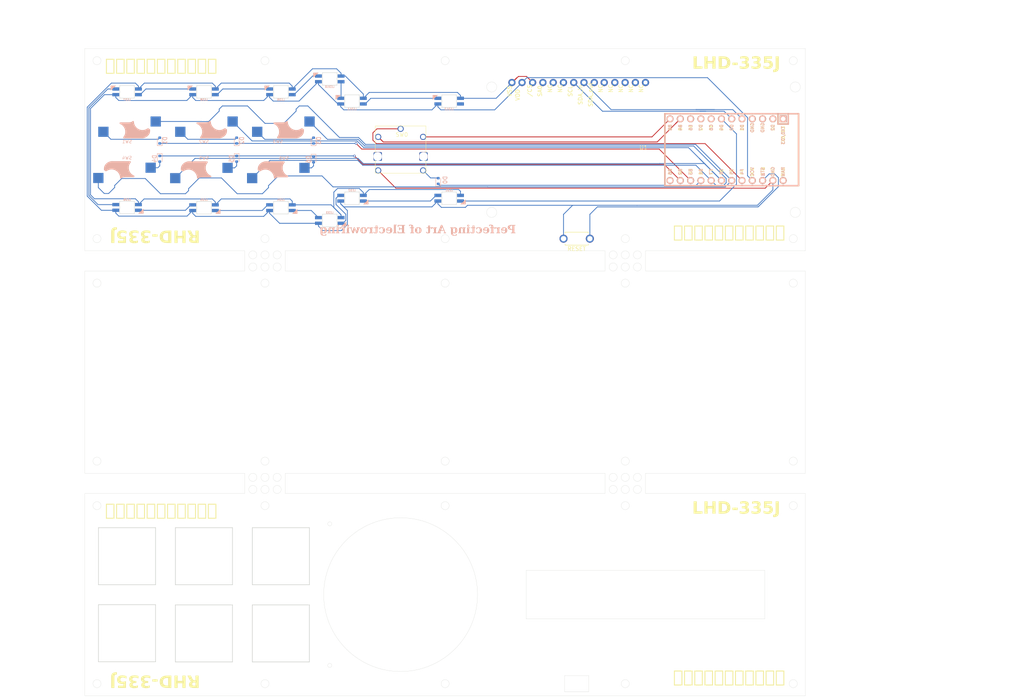
<source format=kicad_pcb>
(kicad_pcb (version 20240108) (generator "pcbnew") (generator_version "8.0")
  (layers (0 "F.Cu" signal) (31 "B.Cu" signal) (34 "B.Paste" user) (35 "F.Paste" user) (36 "B.SilkS" user "B.Silkscreen") (37 "F.SilkS" user "F.Silkscreen") (38 "B.Mask" user) (39 "F.Mask" user) (44 "Edge.Cuts" user))
  (net 0 "")
  (net 1 "Row1")
  (net 2 "Net-(D1-A)")
  (net 3 "Net-(D2-A)")
  (net 4 "Net-(D3-A)")
  (net 5 "Net-(D4-A)")
  (net 6 "Row2")
  (net 7 "Net-(D5-A)")
  (net 8 "Net-(D6-A)")
  (net 9 "Row0")
  (net 10 "LED")
  (net 11 "VCC")
  (net 12 "Net-(LED1-DOUT)")
  (net 13 "GND")
  (net 14 "Net-(LED2-DOUT)")
  (net 15 "Net-(LED3-DOUT)")
  (net 16 "Net-(LED4-DOUT)")
  (net 17 "Net-(LED5-DOUT)")
  (net 18 "Net-(LED6-DOUT)")
  (net 19 "Net-(LED7-DOUT)")
  (net 20 "Net-(LED8-DOUT)")
  (net 21 "Net-(LED10-DIN)")
  (net 22 "Net-(LED10-DOUT)")
  (net 23 "Net-(LED11-DOUT)")
  (net 25 "Col0")
  (net 26 "RE_B")
  (net 27 "RE_A")
  (net 28 "Col1")
  (net 29 "Reset")
  (net 30 "Col2")
  (net 31 "Col3")
  (net 32 "Net-(D0-A)")
  (net 38 "SDA")
  (net 39 "SCL")
  (footprint "AKI-SO1602AWGB:SO1602AWWB-UC-WB-U" (layer "F.Cu") (at 184 50)
    (property "Reference" "U1")
    (property "Value" "SO1602AWWB-UC-WB-U")
    (fp_circle (center -37.5 -15.5) (end -36.25 -15.5) (stroke (width 0.05)) (fill none) (layer "Edge.Cuts"))
    (fp_circle (center -37.5 15.5) (end -36.25 15.5) (stroke (width 0.05)) (fill none) (layer "Edge.Cuts"))
    (fp_circle (center 37.5 -15.5) (end 38.75 -15.5) (stroke (width 0.05)) (fill none) (layer "Edge.Cuts"))
    (fp_circle (center 37.5 15.5) (end 38.75 15.5) (stroke (width 0.05)) (fill none) (layer "Edge.Cuts"))
  )
  (footprint "Keebio-Parts.pretty-master:ArduinoProMicro" (layer "F.Cu") (at 204.53 50.005 180)
    (property "Reference" "U3" (hide yes))
    (property "Value" "ProMicro" (hide yes))
  )
  (footprint "kbd-main:ResetSW" (layer "F.Cu") (at 167.5 72)
    (property "Reference" "SW9" (hide yes))
    (property "Value" "SW_PUSH" (hide yes))
  )
  (footprint "z:EC12D1524406" (layer "F.Cu") (at 124.01 49.99)
    (property "Reference" "SW0")
    (property "Value" "RotaryEncoder_Switch")
  )
  (footprint "kbd_SW_Hole:SW_Hole_1u" (layer "B.Cu") (at 56.415 169.54 180)
    (property "Reference" "SW4" (hide yes))
    (property "Value" "SW_PUSH" (hide yes))
    (fp_line (start 7.05 7.05) (end -7.05 7.05) (stroke (width 0.15)) (layer "Edge.Cuts"))
    (fp_line (start 7.05 -7.05) (end 7.05 7.05) (stroke (width 0.15)) (layer "Edge.Cuts"))
    (fp_line (start -7.05 7.05) (end -7.05 -7.05) (stroke (width 0.15)) (layer "Edge.Cuts"))
    (fp_line (start -7.05 -7.05) (end 7.05 -7.05) (stroke (width 0.15)) (layer "Edge.Cuts"))
  )
  (footprint "kbd_SW_Hole:SW_Hole_1u" (layer "B.Cu") (at 75.415 169.58 180)
    (property "Reference" "SW5" (hide yes))
    (property "Value" "SW_PUSH" (hide yes))
    (fp_line (start 7.05 7.05) (end -7.05 7.05) (stroke (width 0.15)) (layer "Edge.Cuts"))
    (fp_line (start 7.05 -7.05) (end 7.05 7.05) (stroke (width 0.15)) (layer "Edge.Cuts"))
    (fp_line (start -7.05 7.05) (end -7.05 -7.05) (stroke (width 0.15)) (layer "Edge.Cuts"))
    (fp_line (start -7.05 -7.05) (end 7.05 -7.05) (stroke (width 0.15)) (layer "Edge.Cuts"))
  )
  (footprint "kbd-main:keyswitch_cherrymx_hotswap_1u" (layer "B.Cu") (at 56.415 59.54 180)
    (property "Reference" "SW4")
    (property "Value" "SW_PUSH" (hide yes))
  )
  (footprint "kbd-main:YS-SK6812MINI-E" (layer "B.Cu") (at 94.4375 35.7)
    (property "Reference" "LED9")
    (property "Value" "LED_SK6812MINI-E" (hide yes))
    (fp_line (start -1.8 -1.55) (end -1.8 1.55) (stroke (width 0.1)) (layer "Edge.Cuts"))
    (fp_line (start -1.8 1.55) (end 1.8 1.55) (stroke (width 0.1)) (layer "Edge.Cuts"))
    (fp_line (start 1.8 -1.55) (end -1.8 -1.55) (stroke (width 0.1)) (layer "Edge.Cuts"))
    (fp_line (start 1.8 1.55) (end 1.8 -1.55) (stroke (width 0.1)) (layer "Edge.Cuts"))
  )
  (footprint "kbd-main:keyswitch_cherrymx_hotswap_1u" (layer "B.Cu") (at 94.42 40.5)
    (property "Reference" "SW3")
    (property "Value" "SW_PUSH" (hide yes))
  )
  (footprint "kbd-main:YS-SK6812MINI-E" (layer "B.Cu") (at 106.5 32.5)
    (property "Reference" "LED10")
    (property "Value" "LED_SK6812MINI-E" (hide yes))
    (fp_line (start -1.8 -1.55) (end -1.8 1.55) (stroke (width 0.1)) (layer "Edge.Cuts"))
    (fp_line (start -1.8 1.55) (end 1.8 1.55) (stroke (width 0.1)) (layer "Edge.Cuts"))
    (fp_line (start 1.8 -1.55) (end -1.8 -1.55) (stroke (width 0.1)) (layer "Edge.Cuts"))
    (fp_line (start 1.8 1.55) (end 1.8 -1.55) (stroke (width 0.1)) (layer "Edge.Cuts"))
  )
  (footprint "kbd-main:keyswitch_cherrymx_hotswap_1u" (layer "B.Cu") (at 94.415 59.58 180)
    (property "Reference" "SW6")
    (property "Value" "SW_PUSH" (hide yes))
  )
  (footprint "kbd-main:YS-SK6812MINI-E" (layer "B.Cu") (at 75.4375 35.7)
    (property "Reference" "LED8")
    (property "Value" "LED_SK6812MINI-E" (hide yes))
    (fp_line (start -1.8 -1.55) (end -1.8 1.55) (stroke (width 0.1)) (layer "Edge.Cuts"))
    (fp_line (start -1.8 1.55) (end 1.8 1.55) (stroke (width 0.1)) (layer "Edge.Cuts"))
    (fp_line (start 1.8 -1.55) (end -1.8 -1.55) (stroke (width 0.1)) (layer "Edge.Cuts"))
    (fp_line (start 1.8 1.55) (end 1.8 -1.55) (stroke (width 0.1)) (layer "Edge.Cuts"))
  )
  (footprint "Diode_SMD:D_SOD-523" (layer "B.Cu") (at 64.5 52.25 -90)
    (property "Reference" "D4")
    (property "Value" "1N4148WT")
  )
  (footprint "kbd-main:YS-SK6812MINI-E" (layer "B.Cu") (at 56.4375 64.28125 180)
    (property "Reference" "LED6")
    (property "Value" "LED_SK6812MINI-E" (hide yes))
    (fp_line (start 1.8 1.55) (end 1.8 -1.55) (stroke (width 0.1)) (layer "Edge.Cuts"))
    (fp_line (start 1.8 -1.55) (end -1.8 -1.55) (stroke (width 0.1)) (layer "Edge.Cuts"))
    (fp_line (start -1.8 1.55) (end 1.8 1.55) (stroke (width 0.1)) (layer "Edge.Cuts"))
    (fp_line (start -1.8 -1.55) (end -1.8 1.55) (stroke (width 0.1)) (layer "Edge.Cuts"))
  )
  (footprint "kbd-main:keyswitch_cherrymx_hotswap_1u" (layer "B.Cu") (at 75.415 59.58 180)
    (property "Reference" "SW5")
    (property "Value" "SW_PUSH" (hide yes))
  )
  (footprint "Diode_SMD:D_SOD-523" (layer "B.Cu") (at 83.5 52.25 -90)
    (property "Reference" "D5")
    (property "Value" "1N4148WT")
  )
  (footprint "kbd-main:YS-SK6812MINI-E" (layer "B.Cu") (at 94.4375 64.3375 180)
    (property "Reference" "LED4")
    (property "Value" "LED_SK6812MINI-E" (hide yes))
    (fp_line (start 1.8 1.55) (end 1.8 -1.55) (stroke (width 0.1)) (layer "Edge.Cuts"))
    (fp_line (start 1.8 -1.55) (end -1.8 -1.55) (stroke (width 0.1)) (layer "Edge.Cuts"))
    (fp_line (start -1.8 1.55) (end 1.8 1.55) (stroke (width 0.1)) (layer "Edge.Cuts"))
    (fp_line (start -1.8 -1.55) (end -1.8 1.55) (stroke (width 0.1)) (layer "Edge.Cuts"))
  )
  (footprint "kbd-main:keyswitch_cherrymx_hotswap_1u" (layer "B.Cu") (at 56.42 40.5)
    (property "Reference" "SW1")
    (property "Value" "SW_PUSH" (hide yes))
  )
  (footprint "kbd_SW_Hole:SW_Hole_1u" (layer "B.Cu") (at 56.42 150.5)
    (property "Reference" "SW1" (hide yes))
    (property "Value" "SW_PUSH" (hide yes))
    (fp_line (start -7.05 -7.05) (end 7.05 -7.05) (stroke (width 0.15)) (layer "Edge.Cuts"))
    (fp_line (start -7.05 7.05) (end -7.05 -7.05) (stroke (width 0.15)) (layer "Edge.Cuts"))
    (fp_line (start 7.05 -7.05) (end 7.05 7.05) (stroke (width 0.15)) (layer "Edge.Cuts"))
    (fp_line (start 7.05 7.05) (end -7.05 7.05) (stroke (width 0.15)) (layer "Edge.Cuts"))
  )
  (footprint "kbd_SW_Hole:SW_Hole_1u" (layer "B.Cu") (at 94.415 169.58 180)
    (property "Reference" "SW6" (hide yes))
    (property "Value" "SW_PUSH" (hide yes))
    (fp_line (start 7.05 7.05) (end -7.05 7.05) (stroke (width 0.15)) (layer "Edge.Cuts"))
    (fp_line (start 7.05 -7.05) (end 7.05 7.05) (stroke (width 0.15)) (layer "Edge.Cuts"))
    (fp_line (start -7.05 7.05) (end -7.05 -7.05) (stroke (width 0.15)) (layer "Edge.Cuts"))
    (fp_line (start -7.05 -7.05) (end 7.05 -7.05) (stroke (width 0.15)) (layer "Edge.Cuts"))
  )
  (footprint "kbd-main:YS-SK6812MINI-E" (layer "B.Cu") (at 75.4375 64.3398 180)
    (property "Reference" "LED5")
    (property "Value" "LED_SK6812MINI-E" (hide yes))
    (fp_line (start 1.8 1.55) (end 1.8 -1.55) (stroke (width 0.1)) (layer "Edge.Cuts"))
    (fp_line (start 1.8 -1.55) (end -1.8 -1.55) (stroke (width 0.1)) (layer "Edge.Cuts"))
    (fp_line (start -1.8 1.55) (end 1.8 1.55) (stroke (width 0.1)) (layer "Edge.Cuts"))
    (fp_line (start -1.8 -1.55) (end -1.8 1.55) (stroke (width 0.1)) (layer "Edge.Cuts"))
  )
  (footprint "kbd-main:YS-SK6812MINI-E" (layer "B.Cu") (at 112 38)
    (property "Reference" "LED11")
    (property "Value" "LED_SK6812MINI-E" (hide yes))
    (fp_line (start -1.8 -1.55) (end -1.8 1.55) (stroke (width 0.1)) (layer "Edge.Cuts"))
    (fp_line (start -1.8 1.55) (end 1.8 1.55) (stroke (width 0.1)) (layer "Edge.Cuts"))
    (fp_line (start 1.8 -1.55) (end -1.8 -1.55) (stroke (width 0.1)) (layer "Edge.Cuts"))
    (fp_line (start 1.8 1.55) (end 1.8 -1.55) (stroke (width 0.1)) (layer "Edge.Cuts"))
  )
  (footprint "kbd-main:YS-SK6812MINI-E" (layer "B.Cu") (at 106.5 67.5 180)
    (property "Reference" "LED3")
    (property "Value" "LED_SK6812MINI-E" (hide yes))
    (fp_line (start 1.8 1.55) (end 1.8 -1.55) (stroke (width 0.1)) (layer "Edge.Cuts"))
    (fp_line (start 1.8 -1.55) (end -1.8 -1.55) (stroke (width 0.1)) (layer "Edge.Cuts"))
    (fp_line (start -1.8 1.55) (end 1.8 1.55) (stroke (width 0.1)) (layer "Edge.Cuts"))
    (fp_line (start -1.8 -1.55) (end -1.8 1.55) (stroke (width 0.1)) (layer "Edge.Cuts"))
  )
  (footprint "Diode_SMD:D_SOD-523" (layer "B.Cu") (at 83.5 47.75 90)
    (property "Reference" "D2")
    (property "Value" "1N4148WT")
  )
  (footprint "Diode_SMD:D_SOD-523" (layer "B.Cu") (at 64.5 47.75 90)
    (property "Reference" "D1")
    (property "Value" "1N4148WT")
  )
  (footprint "Diode_SMD:D_SOD-523" (layer "B.Cu") (at 133.3 57.75 90)
    (property "Reference" "D0")
    (property "Value" "1N4148WT")
  )
  (footprint "kbd-main:YS-SK6812MINI-E" (layer "B.Cu") (at 136 38)
    (property "Reference" "LED12")
    (property "Value" "LED_SK6812MINI-E" (hide yes))
    (fp_line (start -1.8 -1.55) (end -1.8 1.55) (stroke (width 0.1)) (layer "Edge.Cuts"))
    (fp_line (start -1.8 1.55) (end 1.8 1.55) (stroke (width 0.1)) (layer "Edge.Cuts"))
    (fp_line (start 1.8 -1.55) (end -1.8 -1.55) (stroke (width 0.1)) (layer "Edge.Cuts"))
    (fp_line (start 1.8 1.55) (end 1.8 -1.55) (stroke (width 0.1)) (layer "Edge.Cuts"))
  )
  (footprint "kbd-main:YS-SK6812MINI-E" (layer "B.Cu") (at 112 62 180)
    (property "Reference" "LED2")
    (property "Value" "LED_SK6812MINI-E" (hide yes))
    (fp_line (start 1.8 1.55) (end 1.8 -1.55) (stroke (width 0.1)) (layer "Edge.Cuts"))
    (fp_line (start 1.8 -1.55) (end -1.8 -1.55) (stroke (width 0.1)) (layer "Edge.Cuts"))
    (fp_line (start -1.8 1.55) (end 1.8 1.55) (stroke (width 0.1)) (layer "Edge.Cuts"))
    (fp_line (start -1.8 -1.55) (end -1.8 1.55) (stroke (width 0.1)) (layer "Edge.Cuts"))
  )
  (footprint "kbd-main:YS-SK6812MINI-E" (layer "B.Cu") (at 136 62 180)
    (property "Reference" "LED1")
    (property "Value" "LED_SK6812MINI-E" (hide yes))
    (fp_line (start 1.8 1.55) (end 1.8 -1.55) (stroke (width 0.1)) (layer "Edge.Cuts"))
    (fp_line (start 1.8 -1.55) (end -1.8 -1.55) (stroke (width 0.1)) (layer "Edge.Cuts"))
    (fp_line (start -1.8 1.55) (end 1.8 1.55) (stroke (width 0.1)) (layer "Edge.Cuts"))
    (fp_line (start -1.8 -1.55) (end -1.8 1.55) (stroke (width 0.1)) (layer "Edge.Cuts"))
  )
  (footprint "Diode_SMD:D_SOD-523" (layer "B.Cu") (at 102.5 47.75 90)
    (property "Reference" "D3")
    (property "Value" "1N4148WT")
  )
  (footprint "kbd_SW_Hole:SW_Hole_1u" (layer "B.Cu") (at 75.42 150.5)
    (property "Reference" "SW2" (hide yes))
    (property "Value" "SW_PUSH" (hide yes))
    (fp_line (start -7.05 -7.05) (end 7.05 -7.05) (stroke (width 0.15)) (layer "Edge.Cuts"))
    (fp_line (start -7.05 7.05) (end -7.05 -7.05) (stroke (width 0.15)) (layer "Edge.Cuts"))
    (fp_line (start 7.05 -7.05) (end 7.05 7.05) (stroke (width 0.15)) (layer "Edge.Cuts"))
    (fp_line (start 7.05 7.05) (end -7.05 7.05) (stroke (width 0.15)) (layer "Edge.Cuts"))
  )
  (footprint "Diode_SMD:D_SOD-523" (layer "B.Cu") (at 102.5 52.40625 -90)
    (property "Reference" "D6")
    (property "Value" "1N4148WT")
  )
  (footprint "kbd-main:keyswitch_cherrymx_hotswap_1u" (layer "B.Cu") (at 75.42 40.5)
    (property "Reference" "SW2")
    (property "Value" "SW_PUSH" (hide yes))
  )
  (footprint "kbd-main:YS-SK6812MINI-E" (layer "B.Cu") (at 56.4375 35.7)
    (property "Reference" "LED7")
    (property "Value" "LED_SK6812MINI-E" (hide yes))
    (fp_line (start -1.8 -1.55) (end -1.8 1.55) (stroke (width 0.1)) (layer "Edge.Cuts"))
    (fp_line (start -1.8 1.55) (end 1.8 1.55) (stroke (width 0.1)) (layer "Edge.Cuts"))
    (fp_line (start 1.8 -1.55) (end -1.8 -1.55) (stroke (width 0.1)) (layer "Edge.Cuts"))
    (fp_line (start 1.8 1.55) (end 1.8 -1.55) (stroke (width 0.1)) (layer "Edge.Cuts"))
  )
  (footprint "kbd_SW_Hole:SW_Hole_1u" (layer "B.Cu") (at 94.42 150.5)
    (property "Reference" "SW3" (hide yes))
    (property "Value" "SW_PUSH" (hide yes))
    (fp_line (start -7.05 -7.05) (end 7.05 -7.05) (stroke (width 0.15)) (layer "Edge.Cuts"))
    (fp_line (start -7.05 7.05) (end -7.05 -7.05) (stroke (width 0.15)) (layer "Edge.Cuts"))
    (fp_line (start 7.05 -7.05) (end 7.05 7.05) (stroke (width 0.15)) (layer "Edge.Cuts"))
    (fp_line (start 7.05 7.05) (end -7.05 7.05) (stroke (width 0.15)) (layer "Edge.Cuts"))
  )
  (gr_circle (center 90.5 131) (end 91.5 131) (stroke (width 0.05)) (fill none) (layer "Edge.Cuts"))
  (gr_rect (start 155 154) (end 214 166) (stroke (width 0.05)) (fill none) (layer "Edge.Cuts"))
  (gr_circle (center 182.5 79) (end 183.5 79) (stroke (width 0.05)) (fill none) (layer "Edge.Cuts"))
  (gr_circle (center 221 28) (end 222 28) (stroke (width 0.05)) (fill none) (layer "Edge.Cuts"))
  (gr_circle (center 221 138) (end 222 138) (stroke (width 0.05)) (fill none) (layer "Edge.Cuts"))
  (gr_circle (center 90.5 72) (end 91.5 72) (stroke (width 0.05)) (fill none) (layer "Edge.Cuts"))
  (gr_rect (start 164.5 180) (end 170.5 184) (stroke (width 0.05)) (fill none) (layer "Edge.Cuts"))
  (gr_circle (center 135 72) (end 136 72) (stroke (width 0.05)) (fill none) (layer "Edge.Cuts"))
  (gr_circle (center 221 72) (end 222 72) (stroke (width 0.05)) (fill none) (layer "Edge.Cuts"))
  (gr_circle (center 179.5 182) (end 180.5 182) (stroke (width 0.05)) (fill none) (layer "Edge.Cuts"))
  (gr_circle (center 179.5 131) (end 180.5 131) (stroke (width 0.05)) (fill none) (layer "Edge.Cuts"))
  (gr_circle (center 87.5 134) (end 88.5 134) (stroke (width 0.05)) (fill none) (layer "Edge.Cuts"))
  (gr_circle (center 90.5 28) (end 91.5 28) (stroke (width 0.05)) (fill none) (layer "Edge.Cuts"))
  (gr_circle (center 135 83) (end 136 83) (stroke (width 0.05)) (fill none) (layer "Edge.Cuts"))
  (gr_circle (center 179.5 127) (end 180.5 127) (stroke (width 0.05)) (fill none) (layer "Edge.Cuts"))
  (gr_circle (center 179.5 76) (end 180.5 76) (stroke (width 0.05)) (fill none) (layer "Edge.Cuts"))
  (gr_circle (center 179.5 134) (end 180.5 134) (stroke (width 0.05)) (fill none) (layer "Edge.Cuts"))
  (gr_circle (center 49 127) (end 50 127) (stroke (width 0.05)) (fill none) (layer "Edge.Cuts"))
  (gr_rect (start 95.5 75) (end 174.5 80) (stroke (width 0.05)) (fill none) (layer "Edge.Cuts"))
  (gr_circle (center 179.5 138) (end 180.5 138) (stroke (width 0.05)) (fill none) (layer "Edge.Cuts"))
  (gr_circle (center 90.5 76) (end 91.5 76) (stroke (width 0.05)) (fill none) (layer "Edge.Cuts"))
  (gr_circle (center 176.5 76) (end 177.5 76) (stroke (width 0.05)) (fill none) (layer "Edge.Cuts"))
  (gr_circle (center 176.5 131) (end 177.5 131) (stroke (width 0.05)) (fill none) (layer "Edge.Cuts"))
  (gr_circle (center 106.5 142.5) (end 107 142.5) (stroke (width 0.05)) (fill none) (layer "Edge.Cuts"))
  (gr_circle (center 135 28) (end 136 28) (stroke (width 0.05)) (fill none) (layer "Edge.Cuts"))
  (gr_circle (center 135 138) (end 136 138) (stroke (width 0.05)) (fill none) (layer "Edge.Cuts"))
  (gr_poly (pts (xy 224 75) (xy 184.5 75) (xy 184.5 80) (xy 224 80) (xy 224 130) (xy 184.5 130) (xy 184.5 135) (xy 224 135) (xy 224 185) (xy 46 185) (xy 46 135) (xy 85.5 135) (xy 85.5 130) (xy 46 130) (xy 46 80) (xy 85.5 80) (xy 85.5 75) (xy 46 75) (xy 46 25) (xy 224 25)) (stroke (width 0.05)) (fill none) (layer "Edge.Cuts"))
  (gr_circle (center 49 28) (end 50 28) (stroke (width 0.05)) (fill none) (layer "Edge.Cuts"))
  (gr_circle (center 87.5 131) (end 88.5 131) (stroke (width 0.05)) (fill none) (layer "Edge.Cuts"))
  (gr_circle (center 179.5 79) (end 180.5 79) (stroke (width 0.05)) (fill none) (layer "Edge.Cuts"))
  (gr_circle (center 90.5 79) (end 91.5 79) (stroke (width 0.05)) (fill none) (layer "Edge.Cuts"))
  (gr_circle (center 221 127) (end 222 127) (stroke (width 0.05)) (fill none) (layer "Edge.Cuts"))
  (gr_circle (center 179.5 83) (end 180.5 83) (stroke (width 0.05)) (fill none) (layer "Edge.Cuts"))
  (gr_circle (center 93.5 134) (end 94.5 134) (stroke (width 0.05)) (fill none) (layer "Edge.Cuts"))
  (gr_circle (center 90.5 134) (end 91.5 134) (stroke (width 0.05)) (fill none) (layer "Edge.Cuts"))
  (gr_circle (center 176.5 79) (end 177.5 79) (stroke (width 0.05)) (fill none) (layer "Edge.Cuts"))
  (gr_circle (center 49 83) (end 50 83) (stroke (width 0.05)) (fill none) (layer "Edge.Cuts"))
  (gr_circle (center 87.5 79) (end 88.5 79) (stroke (width 0.05)) (fill none) (layer "Edge.Cuts"))
  (gr_circle (center 124 160) (end 143 160) (stroke (width 0.05)) (fill none) (layer "Edge.Cuts"))
  (gr_circle (center 135 127) (end 136 127) (stroke (width 0.05)) (fill none) (layer "Edge.Cuts"))
  (gr_circle (center 93.5 79) (end 94.5 79) (stroke (width 0.05)) (fill none) (layer "Edge.Cuts"))
  (gr_circle (center 49 138) (end 50 138) (stroke (width 0.05)) (fill none) (layer "Edge.Cuts"))
  (gr_circle (center 93.5 76) (end 94.5 76) (stroke (width 0.05)) (fill none) (layer "Edge.Cuts"))
  (gr_circle (center 106.5 177.5) (end 107 177.5) (stroke (width 0.05)) (fill none) (layer "Edge.Cuts"))
  (gr_circle (center 176.5 134) (end 177.5 134) (stroke (width 0.05)) (fill none) (layer "Edge.Cuts"))
  (gr_circle (center 179.5 72) (end 180.5 72) (stroke (width 0.05)) (fill none) (layer "Edge.Cuts"))
  (gr_circle (center 179.5 28) (end 180.5 28) (stroke (width 0.05)) (fill none) (layer "Edge.Cuts"))
  (gr_circle (center 221 83) (end 222 83) (stroke (width 0.05)) (fill none) (layer "Edge.Cuts"))
  (gr_circle (center 90.5 138) (end 91.5 138) (stroke (width 0.05)) (fill none) (layer "Edge.Cuts"))
  (gr_circle (center 90.5 182) (end 91.5 182) (stroke (width 0.05)) (fill none) (layer "Edge.Cuts"))
  (gr_circle (center 49 72) (end 50 72) (stroke (width 0.05)) (fill none) (layer "Edge.Cuts"))
  (gr_circle (center 49 182) (end 50 182) (stroke (width 0.05)) (fill none) (layer "Edge.Cuts"))
  (gr_circle (center 221 182) (end 222 182) (stroke (width 0.05)) (fill none) (layer "Edge.Cuts"))
  (gr_circle (center 87.5 76) (end 88.5 76) (stroke (width 0.05)) (fill none) (layer "Edge.Cuts"))
  (gr_circle (center 90.5 127) (end 91.5 127) (stroke (width 0.05)) (fill none) (layer "Edge.Cuts"))
  (gr_rect (start 95.5 130) (end 174.5 135) (stroke (width 0.05)) (fill none) (layer "Edge.Cuts"))
  (gr_circle (center 182.5 131) (end 183.5 131) (stroke (width 0.05)) (fill none) (layer "Edge.Cuts"))
  (gr_circle (center 90.5 83) (end 91.5 83) (stroke (width 0.05)) (fill none) (layer "Edge.Cuts"))
  (gr_circle (center 182.5 134) (end 183.5 134) (stroke (width 0.05)) (fill none) (layer "Edge.Cuts"))
  (gr_circle (center 182.5 76) (end 183.5 76) (stroke (width 0.05)) (fill none) (layer "Edge.Cuts"))
  (gr_circle (center 93.5 131) (end 94.5 131) (stroke (width 0.05)) (fill none) (layer "Edge.Cuts"))
  (gr_circle (center 135 182) (end 136 182) (stroke (width 0.05)) (fill none) (layer "Edge.Cuts"))
  (gr_text "Perfecting Art of Electrowiring" (at 152.5 71 0) (layer "B.SilkS") (effects (font (size 2 2) (thickness 0.3) (bold yes)) (justify left bottom mirror)))
  (gr_text "NC" (at 174 36 90) (layer "F.SilkS") (effects (font (size 1 1)) (justify left bottom)))
  (gr_text "NC" (at 179 36 90) (layer "F.SilkS") (effects (font (size 1 1)) (justify left bottom)))
  (gr_text "RHD-335J" (at 74.5 179.5 180) (layer "F.SilkS") (effects (font (size 3 3) (thickness 0.3) (bold yes)) (justify left bottom)))
  (gr_text "ﾉﾉﾉﾉﾉアﾉﾚパイソ" (at 51 31 0) (layer "F.SilkS") (effects (font (size 3 3) (thickness 0.6) (bold yes) (italic yes)) (justify left bottom)))
  (gr_text "SCL" (at 166.5 37 90) (layer "F.SilkS") (effects (font (size 1 1)) (justify left bottom)))
  (gr_text "NC" (at 164 36 90) (layer "F.SilkS") (effects (font (size 1 1)) (justify left bottom)))
  (gr_text "NC" (at 176.5 36 90) (layer "F.SilkS") (effects (font (size 1 1)) (justify left bottom)))
  (gr_text "NC" (at 184 36 90) (layer "F.SilkS") (effects (font (size 1 1)) (justify left bottom)))
  (gr_text "VSS" (at 151.5 37 90) (layer "F.SilkS") (effects (font (size 1 1)) (justify left bottom)))
  (gr_text "SDA_out" (at 171.5 39.5 90) (layer "F.SilkS") (effects (font (size 1 1)) (justify left bottom)))
  (gr_text "SDA_in" (at 169 39 90) (layer "F.SilkS") (effects (font (size 1 1)) (justify left bottom)))
  (gr_text "VDD" (at 153.5 38 90) (layer "F.SilkS") (effects (font (size 1 1)) (justify left bottom)))
  (gr_text "LHD-335J" (at 196 30.5 0) (layer "F.SilkS") (effects (font (size 3 3) (thickness 0.3) (bold yes)) (justify left bottom)))
  (gr_text "SA0" (at 159 37 90) (layer "F.SilkS") (effects (font (size 1 1)) (justify left bottom)))
  (gr_text "/CS" (at 156.5 37 90) (layer "F.SilkS") (effects (font (size 1 1)) (justify left bottom)))
  (gr_text "ﾉﾉﾉﾉﾉアﾉﾚパイソ" (at 51 141 0) (layer "F.SilkS") (effects (font (size 3 3) (thickness 0.6) (bold yes) (italic yes)) (justify left bottom)))
  (gr_text "ﾉﾉﾉﾉﾉアﾉﾚパイソ" (at 219 179 180) (layer "F.SilkS") (effects (font (size 3 3) (thickness 0.3) (bold yes) (italic yes)) (justify left bottom)))
  (gr_text "LHD-335J" (at 196 140.5 0) (layer "F.SilkS") (effects (font (size 3 3) (thickness 0.3) (bold yes)) (justify left bottom)))
  (gr_text "ﾉﾉﾉﾉﾉアﾉﾚパイソ" (at 219 69 180) (layer "F.SilkS") (effects (font (size 3 3) (thickness 0.3) (bold yes) (italic yes)) (justify left bottom)))
  (gr_text "NC" (at 161.5 36 90) (layer "F.SilkS") (effects (font (size 1 1)) (justify left bottom)))
  (gr_text "RHD-335J" (at 74.5 69.5 180) (layer "F.SilkS") (effects (font (size 3 3) (thickness 0.3) (bold yes)) (justify left bottom)))
  (gr_text "NC" (at 181.5 36 90) (layer "F.SilkS") (effects (font (size 1 1)) (justify left bottom)))
  (segment (start 187.88 49.865) (end 195.64 57.625) (width 0.2) (layer "F.Cu") (net 1))
  (segment (start 114.415 49.865) (end 187.88 49.865) (width 0.2) (layer "F.Cu") (net 1))
  (segment (start 113 48.45) (end 114.415 49.865) (width 0.2) (layer "F.Cu") (net 1))
  (via (at 113 48.45) (size 0.6) (drill 0.3) (layers "F.Cu" "B.Cu") (net 1))
  (segment (start 64.5 48.45) (end 83.5 48.45) (width 0.2) (layer "B.Cu") (net 1))
  (segment (start 102.5 48.45) (end 83.5 48.45) (width 0.2) (layer "B.Cu") (net 1))
  (segment (start 113 48.45) (end 102.5 48.45) (width 0.2) (layer "B.Cu") (net 1))
  (segment (start 52.428 47.43) (end 64.12 47.43) (width 0.2) (layer "B.Cu") (net 2))
  (segment (start 50.578 45.58) (end 52.428 47.43) (width 0.2) (layer "B.Cu") (net 2))
  (segment (start 64.12 47.43) (end 64.5 47.05) (width 0.2) (layer "B.Cu") (net 2))
  (segment (start 69.578 45.58) (end 71.428 47.43) (width 0.2) (layer "B.Cu") (net 3))
  (segment (start 71.428 47.43) (end 83.12 47.43) (width 0.2) (layer "B.Cu") (net 3))
  (segment (start 83.12 47.43) (end 83.5 47.05) (width 0.2) (layer "B.Cu") (net 3))
  (segment (start 88.578 45.58) (end 88.578 46.728) (width 0.2) (layer "B.Cu") (net 4))
  (segment (start 102.1 47.45) (end 102.5 47.05) (width 0.2) (layer "B.Cu") (net 4))
  (segment (start 88.578 45.58) (end 90.448 47.45) (width 0.2) (layer "B.Cu") (net 4))
  (segment (start 90.448 47.45) (end 102.1 47.45) (width 0.2) (layer "B.Cu") (net 4))
  (segment (start 62.257 54.46) (end 64.04 54.46) (width 0.2) (layer "B.Cu") (net 5))
  (segment (start 64.04 54.46) (end 64.5 54) (width 0.2) (layer "B.Cu") (net 5))
  (segment (start 64.5 54) (end 64.5 52.95) (width 0.2) (layer "B.Cu") (net 5))
  (segment (start 115.3125 53.6625) (end 189.1375 53.6625) (width 0.2) (layer "F.Cu") (net 6))
  (segment (start 112.6 51.55) (end 114.7 53.65) (width 0.2) (layer "F.Cu") (net 6))
  (segment (start 189.1375 53.6625) (end 193.1 57.625) (width 0.2) (layer "F.Cu") (net 6))
  (segment (start 115.3 53.65) (end 115.3125 53.6625) (width 0.2) (layer "F.Cu") (net 6))
  (segment (start 114.7 53.65) (end 115.3 53.65) (width 0.2) (layer "F.Cu") (net 6))
  (via (at 112.6 51.55) (size 0.6) (drill 0.3) (layers "F.Cu" "B.Cu") (net 6))
  (segment (start 64.5 51.55) (end 83.5 51.55) (width 0.2) (layer "B.Cu") (net 6))
  (segment (start 102.65625 51.55) (end 102.5 51.70625) (width 0.2) (layer "B.Cu") (net 6))
  (segment (start 102.34375 51.55) (end 102.5 51.70625) (width 0.2) (layer "B.Cu") (net 6))
  (segment (start 83.5 51.55) (end 102.34375 51.55) (width 0.2) (layer "B.Cu") (net 6))
  (segment (start 112.6 51.55) (end 102.65625 51.55) (width 0.2) (layer "B.Cu") (net 6))
  (segment (start 83 54.5) (end 83.5 54) (width 0.2) (layer "B.Cu") (net 7))
  (segment (start 81.257 54.5) (end 83 54.5) (width 0.2) (layer "B.Cu") (net 7))
  (segment (start 83.5 54) (end 83.5 52.95) (width 0.2) (layer "B.Cu") (net 7))
  (segment (start 100.257 54.5) (end 102 54.5) (width 0.2) (layer "B.Cu") (net 8))
  (segment (start 102.5 54) (end 102.5 53.10625) (width 0.2) (layer "B.Cu") (net 8))
  (segment (start 102 54.5) (end 102.5 54) (width 0.2) (layer "B.Cu") (net 8))
  (segment (start 197.0037 58.8013) (end 133.55 58.8013) (width 0.2) (layer "B.Cu") (net 9))
  (segment (start 133.55 58.8013) (end 133.55 58.7) (width 0.2) (layer "B.Cu") (net 9))
  (segment (start 198.18 57.625) (end 197.0037 58.8013) (width 0.2) (layer "B.Cu") (net 9))
  (segment (start 133.55 58.7) (end 133.3 58.45) (width 0.2) (layer "B.Cu") (net 9))
  (segment (start 203.26 42.385) (end 206.9763 46.1013) (width 0.2) (layer "B.Cu") (net 10))
  (segment (start 206.9763 46.1013) (end 206.9763 58.5237) (width 0.2) (layer "B.Cu") (net 10))
  (segment (start 206.9763 58.5237) (end 202.8 62.7) (width 0.2) (layer "B.Cu") (net 10))
  (segment (start 202.8 62.7) (end 138.8 62.7) (width 0.2) (layer "B.Cu") (net 10))
  (segment (start 131.75 40.15) (end 109.951472 40.15) (width 0.2) (layer "B.Cu") (net 11))
  (segment (start 60.62895 62.1898) (end 77.486028 62.1898) (width 0.2) (layer "B.Cu") (net 11))
  (segment (start 103.7 33.898528) (end 103.7 33.2) (width 0.2) (layer "B.Cu") (net 11))
  (segment (start 114.8 61.3) (end 114.8 60.601472) (width 0.2) (layer "B.Cu") (net 11))
  (segment (start 109.2 39.398528) (end 109.2 38.7) (width 0.2) (layer "B.Cu") (net 11))
  (segment (start 54.388972 37.85) (end 53.6375 37.098528) (width 0.2) (layer "B.Cu") (net 11))
  (segment (start 133.2 39.398528) (end 133.2 38.7) (width 0.2) (layer "B.Cu") (net 11))
  (segment (start 199.81854 32.2) (end 155.2 32.2) (width 0.2) (layer "B.Cu") (net 11))
  (segment (start 72.6375 37.098528) (end 72.6375 36.4) (width 0.2) (layer "B.Cu") (net 11))
  (segment (start 109.951472 40.15) (end 109.2 39.398528) (width 0.2) (layer "B.Cu") (net 11))
  (segment (start 108.501472 38.7) (end 103.7 33.898528) (width 0.2) (layer "B.Cu") (net 11))
  (segment (start 91.6375 37.098528) (end 92.538972 38) (width 0.2) (layer "B.Cu") (net 11))
  (segment (start 116.25 59.85) (end 138.35 59.85) (width 0.2) (layer "B.Cu") (net 11))
  (segment (start 98.9 38) (end 103.7 33.2) (width 0.2) (layer "B.Cu") (net 11))
  (segment (start 53.6375 37.098528) (end 53.6375 36.4) (width 0.2) (layer "B.Cu") (net 11))
  (segment (start 155.2 32.2) (end 147.25 40.15) (width 0.2) (layer "B.Cu") (net 11))
  (segment (start 58.486028 62.13125) (end 59.2375 62.882722) (width 0.2) (layer "B.Cu") (net 11))
  (segment (start 114.8 61.3) (end 116.25 59.85) (width 0.2) (layer "B.Cu") (net 11))
  (segment (start 107.5 64.301472) (end 109.3 66.101472) (width 0.2) (layer "B.Cu") (net 11))
  (segment (start 97.2375 62.7375) (end 97.2375 63.6375) (width 0.2) (layer "B.Cu") (net 11))
  (segment (start 138.8 60.3) (end 138.8 61.3) (width 0.2) (layer "B.Cu") (net 11))
  (segment (start 209.7037 42.08516) (end 199.81854 32.2) (width 0.2) (layer "B.Cu") (net 11))
  (segment (start 109.3 66.8) (end 109.3 66.101472) (width 0.2) (layer "B.Cu") (net 11))
  (segment (start 108.3987 59.6013) (end 107.5 60.5) (width 0.2) (layer "B.Cu") (net 11))
  (segment (start 109.3 66.101472) (end 106.836028 63.6375) (width 0.2) (layer "B.Cu") (net 11))
  (segment (start 106.836028 63.6375) (end 97.2375 63.6375) (width 0.2) (layer "B.Cu") (net 11))
  (segment (start 109.2 38.7) (end 108.501472 38.7) (width 0.2) (layer "B.Cu") (net 11))
  (segment (start 90.1875 37.85) (end 73.388972 37.85) (width 0.2) (layer "B.Cu") (net 11))
  (segment (start 73.388972 37.85) (end 72.6375 37.098528) (width 0.2) (layer "B.Cu") (net 11))
  (segment (start 53.6375 36.4) (end 50.831372 36.4) (width 0.2) (layer "B.Cu") (net 11))
  (segment (start 71.1875 37.85) (end 54.388972 37.85) (width 0.2) (layer "B.Cu") (net 11))
  (segment (start 96.6875 62.1875) (end 97.2375 62.7375) (width 0.2) (layer "B.Cu") (net 11))
  (segment (start 50.831372 36.4) (end 47.4 39.831372) (width 0.2) (layer "B.Cu") (net 11))
  (segment (start 209.7037 56.4487) (end 209.7037 42.08516) (width 0.2) (layer "B.Cu") (net 11))
  (segment (start 78.2375 63.6398) (end 79.6898 62.1875) (width 0.2) (layer "B.Cu") (net 11))
  (segment (start 77.486028 62.1898) (end 78.2375 62.941272) (width 0.2) (layer "B.Cu") (net 11))
  (segment (start 147.25 40.15) (end 133.951472 40.15) (width 0.2) (layer "B.Cu") (net 11))
  (segment (start 91.6375 36.4) (end 90.1875 37.85) (width 0.2) (layer "B.Cu") (net 11))
  (segment (start 59.2375 63.58125) (end 60.62895 62.1898) (width 0.2) (layer "B.Cu") (net 11))
  (segment (start 133.951472 40.15) (end 133.2 39.398528) (width 0.2) (layer "B.Cu") (net 11))
  (segment (start 92.538972 38) (end 98.9 38) (width 0.2) (layer "B.Cu") (net 11))
  (segment (start 133.2 38.7) (end 131.75 40.15) (width 0.2) (layer "B.Cu") (net 11))
  (segment (start 48.362622 62.13125) (end 58.486028 62.13125) (width 0.2) (layer "B.Cu") (net 11))
  (segment (start 72.6375 36.4) (end 71.1875 37.85) (width 0.2) (layer "B.Cu") (net 11))
  (segment (start 47.4 39.831372) (end 47.4 61.168628) (width 0.2) (layer "B.Cu") (net 11))
  (segment (start 210.88 57.625) (end 209.7037 56.4487) (width 0.2) (layer "B.Cu") (net 11))
  (segment (start 113.799828 59.6013) (end 108.3987 59.6013) (width 0.2) (layer "B.Cu") (net 11))
  (segment (start 138.35 59.85) (end 138.8 60.3) (width 0.2) (layer "B.Cu") (net 11))
  (segment (start 114.8 60.601472) (end 113.799828 59.6013) (width 0.2) (layer "B.Cu") (net 11))
  (segment (start 107.5 60.5) (end 107.5 64.301472) (width 0.2) (layer "B.Cu") (net 11))
  (segment (start 91.6375 36.4) (end 91.6375 37.098528) (width 0.2) (layer "B.Cu") (net 11))
  (segment (start 59.2375 62.882722) (end 59.2375 63.58125) (width 0.2) (layer "B.Cu") (net 11))
  (segment (start 47.4 61.168628) (end 48.362622 62.13125) (width 0.2) (layer "B.Cu") (net 11))
  (segment (start 79.6898 62.1875) (end 96.6875 62.1875) (width 0.2) (layer "B.Cu") (net 11))
  (segment (start 78.2375 62.941272) (end 78.2375 63.6398) (width 0.2) (layer "B.Cu") (net 11))
  (segment (start 132.7625 61.3) (end 131.3625 62.7) (width 0.2) (layer "B.Cu") (net 12))
  (segment (start 131.3625 62.7) (end 114.8 62.7) (width 0.2) (layer "B.Cu") (net 12))
  (segment (start 133.2 61.3) (end 132.7625 61.3) (width 0.2) (layer "B.Cu") (net 12))
  (segment (start 155.53275 32.31725) (end 156.6155 33.4) (width 0.2) (layer "F.Cu") (net 13))
  (segment (start 151.5 33.4) (end 152.7 32.2) (width 0.2) (layer "F.Cu") (net 13))
  (segment (start 214.0675 59.5175) (end 215.96 57.625) (width 0.2) (layer "F.Cu") (net 13))
  (segment (start 155.1155 31.9) (end 155.53275 32.31725) (width 0.2) (layer "F.Cu") (net 13))
  (segment (start 155.4155 32.2) (end 155.53275 32.31725) (width 0.2) (layer "F.Cu") (net 13))
  (segment (start 214.065 59.515) (end 214.0675 59.5175) (width 0.2) (layer "F.Cu") (net 13))
  (segment (start 122.835 59.515) (end 214.065 59.515) (width 0.2) (layer "F.Cu") (net 13))
  (segment (start 151.5 33.5) (end 153.1 31.9) (width 0.2) (layer "F.Cu") (net 13))
  (segment (start 118.46 55.14) (end 122.835 59.515) (width 0.2) (layer "F.Cu") (net 13))
  (segment (start 153.1 31.9) (end 155.1155 31.9) (width 0.2) (layer "F.Cu") (net 13))
  (segment (start 182.4 63.741901) (end 212.158099 63.741901) (width 0.2) (layer "B.Cu") (net 13))
  (segment (start 97.2375 35) (end 97.2375 34.301472) (width 0.2) (layer "B.Cu") (net 13))
  (segment (start 109.951472 64.15) (end 131.75 64.15) (width 0.2) (layer "B.Cu") (net 13))
  (segment (start 215.96 59.94) (end 215.96 57.625) (width 0.2) (layer "B.Cu") (net 13))
  (segment (start 53.6375 64.98125) (end 53.6375 65.679778) (width 0.2) (layer "B.Cu") (net 13))
  (segment (start 138.048528 35.85) (end 116.25 35.85) (width 0.2) (layer "B.Cu") (net 13))
  (segment (start 59.2375 34.301472) (end 58.486028 33.55) (width 0.2) (layer "B.Cu") (net 13))
  (segment (start 46.6 61.5) (end 50.08125 64.98125) (width 0.2) (layer "B.Cu") (net 13))
  (segment (start 90.1852 66.4898) (end 91.6375 65.0375) (width 0.2) (layer "B.Cu") (net 13))
  (segment (start 109.3 31.101472) (end 108.198528 30) (width 0.2) (layer "B.Cu") (net 13))
  (segment (start 79.6875 33.55) (end 78.2375 35) (width 0.2) (layer "B.Cu") (net 13))
  (segment (start 78.2375 34.301472) (end 77.486028 33.55) (width 0.2) (layer "B.Cu") (net 13))
  (segment (start 104.801472 70) (end 109.3625 70) (width 0.2) (layer "B.Cu") (net 13))
  (segment (start 133.2 62.7) (end 133.2 63.398528) (width 0.2) (layer "B.Cu") (net 13))
  (segment (start 166.5 63.741901) (end 182.4 63.741901) (width 0.2) (layer "B.Cu") (net 13))
  (segment (start 58.486028 33.55) (end 52.55 33.55) (width 0.2) (layer "B.Cu") (net 13))
  (segment (start 138.8 37.3) (end 147.6 37.3) (width 0.2) (layer "B.Cu") (net 13))
  (segment (start 60.6875 33.55) (end 59.2375 35) (width 0.2) (layer "B.Cu") (net 13))
  (segment (start 164.25 72) (end 164.25 65.991901) (width 0.2) (layer "B.Cu") (net 13))
  (segment (start 114.8 36.25) (end 110.35 31.8) (width 0.2) (layer "B.Cu") (net 13))
  (segment (start 109.2 63.398528) (end 109.951472 64.15) (width 0.2) (layer "B.Cu") (net 13))
  (segment (start 110.5 68.8625) (end 110.85 68.5125) (width 0.2) (layer "B.Cu") (net 13))
  (segment (start 109.2 63.398528) (end 109.2 62.7) (width 0.2) (layer "B.Cu") (net 13))
  (segment (start 164.25 65.991901) (end 166.5 63.741901) (width 0.2) (layer "B.Cu") (net 13))
  (segment (start 96.486028 33.55) (end 79.6875 33.55) (width 0.2) (layer "B.Cu") (net 13))
  (segment (start 78.2375 35) (end 78.2375 34.301472) (width 0.2) (layer "B.Cu") (net 13))
  (segment (start 138.8 36.601472) (end 138.048528 35.85) (width 0.2) (layer "B.Cu") (net 13))
  (segment (start 50.08125 64.98125) (end 53.6375 64.98125) (width 0.2) (layer "B.Cu") (net 13))
  (segment (start 140.534351 63.741901) (end 166.5 63.741901) (width 0.2) (layer "B.Cu") (net 13))
  (segment (start 52.55 33.55) (end 46.6 39.5) (width 0.2) (layer "B.Cu") (net 13))
  (segment (start 131.75 64.15) (end 133.2 62.7) (width 0.2) (layer "B.Cu") (net 13))
  (segment (start 77.486028 33.55) (end 60.6875 33.55) (width 0.2) (layer "B.Cu") (net 13))
  (segment (start 134.077724 64.276252) (end 140 64.276252) (width 0.2) (layer "B.Cu") (net 13))
  (segment (start 116.25 35.85) (end 114.8 37.3) (width 0.2) (layer "B.Cu") (net 13))
  (segment (start 97.2375 34.301472) (end 96.486028 33.55) (width 0.2) (layer "B.Cu") (net 13))
  (segment (start 114.8 37.3) (end 114.8 36.25) (width 0.2) (layer "B.Cu") (net 13))
  (segment (start 103.7 68.898528) (end 104.801472 70) (width 0.2) (layer "B.Cu") (net 13))
  (segment (start 53.6375 65.679778) (end 54.388972 66.43125) (width 0.2) (layer "B.Cu") (net 13))
  (segment (start 91.6375 65.736028) (end 94.101472 68.2) (width 0.2) (layer "B.Cu") (net 13))
  (segment (start 108.198528 30) (end 102.2375 30) (width 0.2) (layer "B.Cu") (net 13))
  (segment (start 109.3625 70) (end 110.5 68.8625) (width 0.2) (layer "B.Cu") (net 13))
  (segment (start 54.388972 66.43125) (end 71.24605 66.43125) (width 0.2) (layer "B.Cu") (net 13))
  (segment (start 110.35 31.8) (end 109.3 31.8) (width 0.2) (layer "B.Cu") (net 13))
  (segment (start 102.2375 30) (end 97.2375 35) (width 0.2) (layer "B.Cu") (net 13))
  (segment (start 110.85 65.048528) (end 109.2 63.398528) (width 0.2) (layer "B.Cu") (net 13))
  (segment (start 109.3 31.8) (end 109.3 31.101472) (width 0.2) (layer "B.Cu") (net 13))
  (segment (start 72.6375 65.0398) (end 72.6375 65.738328) (width 0.2) (layer "B.Cu") (net 13))
  (segment (start 94.101472 68.2) (end 103.7 68.2) (width 0.2) (layer "B.Cu") (net 13))
  (segment (start 46.6 39.5) (end 46.6 61.5) (width 0.2) (layer "B.Cu") (net 13))
  (segment (start 133.2 63.398528) (end 134.077724 64.276252) (width 0.2) (layer "B.Cu") (net 13))
  (segment (start 212.158099 63.741901) (end 215.96 59.94) (width 0.2) (layer "B.Cu") (net 13))
  (segment (start 147.6 37.3) (end 151.5 33.4) (width 0.2) (layer "B.Cu") (net 13))
  (segment (start 72.6375 65.738328) (end 73.388972 66.4898) (width 0.2) (layer "B.Cu") (net 13))
  (segment (start 91.6375 65.0375) (end 91.6375 65.736028) (width 0.2) (layer "B.Cu") (net 13))
  (segment (start 59.2375 35) (end 59.2375 34.301472) (width 0.2) (layer "B.Cu") (net 13))
  (segment (start 110.85 68.5125) (end 110.85 65.048528) (width 0.2) (layer "B.Cu") (net 13))
  (segment (start 73.388972 66.4898) (end 90.1852 66.4898) (width 0.2) (layer "B.Cu") (net 13))
  (segment (start 103.7 68.2) (end 103.7 68.898528) (width 0.2) (layer "B.Cu") (net 13))
  (segment (start 140 64.276252) (end 140.534351 63.741901) (width 0.2) (layer "B.Cu") (net 13))
  (segment (start 138.8 37.3) (end 138.8 36.601472) (width 0.2) (layer "B.Cu") (net 13))
  (segment (start 71.24605 66.43125) (end 72.6375 65.0398) (width 0.2) (layer "B.Cu") (net 13))
  (segment (start 109.3 68.2) (end 109.7375 68.2) (width 0.2) (layer "B.Cu") (net 14))
  (segment (start 109.7375 68.2) (end 110.45 67.4875) (width 0.2) (layer "B.Cu") (net 14))
  (segment (start 108.05 62.0125) (end 108.7625 61.3) (width 0.2) (layer "B.Cu") (net 14))
  (segment (start 110.45 67.4875) (end 110.45 65.95) (width 0.2) (layer "B.Cu") (net 14))
  (segment (start 108.05 63.55) (end 108.05 62.0125) (width 0.2) (layer "B.Cu") (net 14))
  (segment (start 110.45 65.95) (end 108.05 63.55) (width 0.2) (layer "B.Cu") (net 14))
  (segment (start 108.7625 61.3) (end 109.2 61.3) (width 0.2) (layer "B.Cu") (net 14))
  (segment (start 97.2375 65.0375) (end 101.9375 65.0375) (width 0.2) (layer "B.Cu") (net 15))
  (segment (start 101.9375 65.0375) (end 103.7 66.8) (width 0.2) (layer "B.Cu") (net 15))
  (segment (start 91.2 63.6375) (end 89.7977 65.0398) (width 0.2) (layer "B.Cu") (net 16))
  (segment (start 89.7977 65.0398) (end 78.2375 65.0398) (width 0.2) (layer "B.Cu") (net 16))
  (segment (start 91.6375 63.6375) (end 91.2 63.6375) (width 0.2) (layer "B.Cu") (net 16))
  (segment (start 70.85855 64.98125) (end 59.2375 64.98125) (width 0.2) (layer "B.Cu") (net 17))
  (segment (start 72.6375 63.6398) (end 72.2 63.6398) (width 0.2) (layer "B.Cu") (net 17))
  (segment (start 72.2 63.6398) (end 70.85855 64.98125) (width 0.2) (layer "B.Cu") (net 17))
  (segment (start 53.6375 35) (end 51.665686 35) (width 0.2) (layer "B.Cu") (net 18))
  (segment (start 49.246936 63.58125) (end 53.6375 63.58125) (width 0.2) (layer "B.Cu") (net 18))
  (segment (start 51.665686 35) (end 47 39.665686) (width 0.2) (layer "B.Cu") (net 18))
  (segment (start 47 61.334314) (end 49.246936 63.58125) (width 0.2) (layer "B.Cu") (net 18))
  (segment (start 47 39.665686) (end 47 61.334314) (width 0.2) (layer "B.Cu") (net 18))
  (segment (start 59.2375 36.4) (end 59.675 36.4) (width 0.2) (layer "B.Cu") (net 19))
  (segment (start 59.675 36.4) (end 61.075 35) (width 0.2) (layer "B.Cu") (net 19))
  (segment (start 61.075 35) (end 72.6375 35) (width 0.2) (layer "B.Cu") (net 19))
  (segment (start 78.2375 36.4) (end 78.675 36.4) (width 0.2) (layer "B.Cu") (net 20))
  (segment (start 80.075 35) (end 91.6375 35) (width 0.2) (layer "B.Cu") (net 20))
  (segment (start 78.675 36.4) (end 80.075 35) (width 0.2) (layer "B.Cu") (net 20))
  (segment (start 97.2375 36.4) (end 97.675 36.4) (width 0.2) (layer "B.Cu") (net 21))
  (segment (start 102.275 31.8) (end 103.7 31.8) (width 0.2) (layer "B.Cu") (net 21))
  (segment (start 97.675 36.4) (end 102.275 31.8) (width 0.2) (layer "B.Cu") (net 21))
  (segment (start 109.3 33.2) (end 109.3 37.2) (width 0.2) (layer "B.Cu") (net 22))
  (segment (start 109.3 37.2) (end 109.2 37.3) (width 0.2) (layer "B.Cu") (net 22))
  (segment (start 116.6375 37.3) (end 133.2 37.3) (width 0.2) (layer "B.Cu") (net 23))
  (segment (start 115.2375 38.7) (end 116.6375 37.3) (width 0.2) (layer "B.Cu") (net 23))
  (segment (start 114.8 38.7) (end 115.2375 38.7) (width 0.2) (layer "B.Cu") (net 23))
  (segment (start 117.15 47.65) (end 118 48.5) (width 0.2) (layer "F.Cu") (net 25))
  (segment (start 117.15 45.85) (end 117.15 47.65) (width 0.2) (layer "F.Cu") (net 25))
  (segment (start 118.16 44.84) (end 117.15 45.85) (width 0.2) (layer "F.Cu") (net 25))
  (segment (start 118 48.5) (end 199.215 48.5) (width 0.2) (layer "F.Cu") (net 25))
  (segment (start 124.01 44.84) (end 118.16 44.84) (width 0.2) (layer "F.Cu") (net 25))
  (segment (start 199.215 48.5) (end 208.34 57.625) (width 0.2) (layer "F.Cu") (net 25))
  (segment (start 129.56 46.84) (end 186.105 46.84) (width 0.2) (layer "F.Cu") (net 26))
  (segment (start 129.56 46.84) (end 129.56 46.94) (width 0.2) (layer "F.Cu") (net 26))
  (segment (start 129.56 46.94) (end 129.5 47) (width 0.2) (layer "F.Cu") (net 26))
  (segment (start 186.105 46.84) (end 190.56 42.385) (width 0.2) (layer "F.Cu") (net 26))
  (segment (start 187.583 47.902) (end 193.1 42.385) (width 0.2) (layer "F.Cu") (net 27))
  (segment (start 119.06 47.44) (end 119.72 48.1) (width 0.2) (layer "F.Cu") (net 27))
  (segment (start 119.06 47.44) (end 119.522 47.902) (width 0.2) (layer "F.Cu") (net 27))
  (segment (start 118.46 46.84) (end 119.06 47.44) (width 0.2) (layer "F.Cu") (net 27))
  (segment (start 191.9237 43.5613) (end 193.1 42.385) (width 0.2) (layer "F.Cu") (net 27))
  (segment (start 187.385 48.1) (end 187.583 47.902) (width 0.2) (layer "F.Cu") (net 27))
  (segment (start 119.72 48.1) (end 187.385 48.1) (width 0.2) (layer "F.Cu") (net 27))
  (segment (start 53.371295 58.85) (end 55.081295 57.14) (width 0.2) (layer "B.Cu") (net 28))
  (segment (start 86.201522 39.2) (end 90.501522 43.5) (width 0.2) (layer "B.Cu") (net 28))
  (segment (start 74.261295 57) (end 79.753478 57) (width 0.2) (layer "B.Cu") (net 28))
  (segment (start 98.961522 39.2) (end 101.1 39.2) (width 0.2) (layer "B.Cu") (net 28))
  (segment (start 79.2 39.961522) (end 79.961522 39.2) (width 0.2) (layer "B.Cu") (net 28))
  (segment (start 70.873478 60.88) (end 71.635 60.118478) (width 0.2) (layer "B.Cu") (net 28))
  (segment (start 53.371295 59.342183) (end 53.371295 58.85) (width 0.2) (layer "B.Cu") (net 28))
  (segment (start 51.873478 60.84) (end 53.371295 59.342183) (width 0.2) (layer "B.Cu") (net 28))
  (segment (start 145.5 59.2013) (end 145.52435 59.22565) (width 0.2) (layer "B.Cu") (net 28))
  (segment (start 104.5974 56.5) (end 107.2987 59.2013) (width 0.2) (layer "B.Cu") (net 28))
  (segment (start 108.9 47) (end 113.615686 47) (width 0.2) (layer "B.Cu") (net 28))
  (segment (start 90.501522 43.5) (end 95.153705 43.5) (width 0.2) (layer "B.Cu") (net 28))
  (segment (start 71.635 60.118478) (end 71.635 59.626295) (width 0.2) (layer "B.Cu") (net 28))
  (segment (start 50.796522 60.84) (end 51.873478 60.84) (width 0.2) (layer "B.Cu") (net 28))
  (segment (start 115.315686 48.7) (end 196.875 48.7) (width 0.2) (layer "B.Cu") (net 28))
  (segment (start 93.761295 56.5) (end 104.5974 56.5) (width 0.2) (layer "B.Cu") (net 28))
  (segment (start 79.961522 39.2) (end 86.201522 39.2) (width 0.2) (layer "B.Cu") (net 28))
  (segment (start 71.635 59.626295) (end 74.261295 57) (width 0.2) (layer "B.Cu") (net 28))
  (segment (start 49.33 57) (end 49.33 59.373478) (width 0.2) (layer "B.Cu") (net 28))
  (segment (start 107.2987 59.2013) (end 145.5 59.2013) (width 0.2) (layer "B.Cu") (net 28))
  (segment (start 98.2 40.453705) (end 98.2 39.961522) (width 0.2) (layer "B.Cu") (net 28))
  (segment (start 95.153705 43.5) (end 98.2 40.453705) (width 0.2) (layer "B.Cu") (net 28))
  (segment (start 49.33 59.373478) (end 50.796522 60.84) (width 0.2) (layer "B.Cu") (net 28))
  (segment (start 113.615686 47) (end 115.315686 48.7) (width 0.2) (layer "B.Cu") (net 28))
  (segment (start 205.8 57.625) (end 204.19935 59.22565) (width 0.2) (layer "B.Cu") (net 28))
  (segment (start 55.081295 57.14) (end 60.933478 57.14) (width 0.2) (layer "B.Cu") (net 28))
  (segment (start 98.2 39.961522) (end 98.961522 39.2) (width 0.2) (layer "B.Cu") (net 28))
  (segment (start 91.371295 59.382183) (end 91.371295 58.89) (width 0.2) (layer "B.Cu") (net 28))
  (segment (start 79.753478 57) (end 83.633478 60.88) (width 0.2) (layer "B.Cu") (net 28))
  (segment (start 196.875 48.7) (end 205.8 57.625) (width 0.2) (layer "B.Cu") (net 28))
  (segment (start 64.673478 60.88) (end 70.873478 60.88) (width 0.2) (layer "B.Cu") (net 28))
  (segment (start 63.505 43.04) (end 76.613705 43.04) (width 0.2) (layer "B.Cu") (net 28))
  (segment (start 79.2 40.453705) (end 79.2 39.961522) (width 0.2) (layer "B.Cu") (net 28))
  (segment (start 60.933478 57.14) (end 64.673478 60.88) (width 0.2) (layer "B.Cu") (net 28))
  (segment (start 89.873478 60.88) (end 91.371295 59.382183) (width 0.2) (layer "B.Cu") (net 28))
  (segment (start 83.633478 60.88) (end 89.873478 60.88) (width 0.2) (layer "B.Cu") (net 28))
  (segment (start 91.371295 58.89) (end 93.761295 56.5) (width 0.2) (layer "B.Cu") (net 28))
  (segment (start 204.19935 59.22565) (end 145.52435 59.22565) (width 0.2) (layer "B.Cu") (net 28))
  (segment (start 101.1 39.2) (end 108.9 47) (width 0.2) (layer "B.Cu") (net 28))
  (segment (start 76.613705 43.04) (end 79.2 40.453705) (width 0.2) (layer "B.Cu") (net 28))
  (segment (start 172.6 64.15) (end 170.75 66) (width 0.2) (layer "B.Cu") (net 29))
  (segment (start 212.558099 63.907586) (end 212.315685 64.15) (width 0.2) (layer "B.Cu") (net 29))
  (segment (start 170.75 66) (end 170.75 72) (width 0.2) (layer "B.Cu") (net 29))
  (segment (start 216.4 56) (end 217.3237 56.9237) (width 0.2) (layer "B.Cu") (net 29))
  (segment (start 217.3237 56.9237) (end 217.3237 59.141986) (width 0.2) (layer "B.Cu") (net 29))
  (segment (start 217.3237 59.141986) (end 213.107843 63.357843) (width 0.2) (layer "B.Cu") (net 29))
  (segment (start 212.315685 64.15) (end 172.6 64.15) (width 0.2) (layer "B.Cu") (net 29))
  (segment (start 213.107843 63.357843) (end 212.558099 63.907586) (width 0.2) (layer "B.Cu") (net 29))
  (segment (start 215.045 56) (end 216.4 56) (width 0.2) (layer "B.Cu") (net 29))
  (segment (start 213.42 57.625) (end 215.045 56) (width 0.2) (layer "B.Cu") (net 29))
  (segment (start 114.793685 53.443685) (end 188 53.443685) (width 0.2) (layer "B.Cu") (net 30))
  (segment (start 68.33 57.04) (end 73.22 52.15) (width 0.2) (layer "B.Cu") (net 30))
  (segment (start 188.011185 53.4325) (end 199.0675 53.4325) (width 0.2) (layer "B.Cu") (net 30))
  (segment (start 199.3175 53.6825) (end 202.5675 56.9325) (width 0.2) (layer "B.Cu") (net 30))
  (segment (start 73.22 52.15) (end 113.5 52.15) (width 0.2) (layer "B.Cu") (net 30))
  (segment (start 114.898529 49.5) (end 195.135 49.5) (width 0.2) (layer "B.Cu") (net 30))
  (segment (start 202.5675 56.9325) (end 203.26 57.625) (width 0.2) (layer "B.Cu") (net 30))
  (segment (start 113.5 52.15) (end 114.793685 53.443685) (width 0.2) (layer "B.Cu") (net 30))
  (segment (start 82.505 43.04) (end 87.315 47.85) (width 0.2) (layer "B.Cu") (net 30))
  (segment (start 87.315 47.85) (end 113.248529 47.85) (width 0.2) (layer "B.Cu") (net 30))
  (segment (start 195.135 49.5) (end 202.5675 56.9325) (width 0.2) (layer "B.Cu") (net 30))
  (segment (start 199.0675 53.4325) (end 199.3175 53.6825) (width 0.2) (layer "B.Cu") (net 30))
  (segment (start 188 53.443685) (end 188.011185 53.4325) (width 0.2) (layer "B.Cu") (net 30))
  (segment (start 113.248529 47.85) (end 114.898529 49.5) (width 0.2) (layer "B.Cu") (net 30))
  (segment (start 197.785 52.15) (end 199.3175 53.6825) (width 0.2) (layer "B.Cu") (net 30))
  (segment (start 101.505 43.04) (end 105.915 47.45) (width 0.2) (layer "B.Cu") (net 31))
  (segment (start 196.39854 49.1) (end 204.4363 57.13776) (width 0.2) (layer "B.Cu") (net 31))
  (segment (start 87.33 57.04) (end 91.72 52.65) (width 0.2) (layer "B.Cu") (net 31))
  (segment (start 115.15 49.1) (end 196.39854 49.1) (width 0.2) (layer "B.Cu") (net 31))
  (segment (start 114.628 53.843685) (end 196.938685 53.843685) (width 0.2) (layer "B.Cu") (net 31))
  (segment (start 114.142157 53.357843) (end 114.628 53.843685) (width 0.2) (layer "B.Cu") (net 31))
  (segment (start 113.5 47.45) (end 115.15 49.1) (width 0.2) (layer "B.Cu") (net 31))
  (segment (start 105.915 47.45) (end 113.5 47.45) (width 0.2) (layer "B.Cu") (net 31))
  (segment (start 204.4363 58.1637) (end 203.7987 58.8013) (width 0.2) (layer "B.Cu") (net 31))
  (segment (start 203.7987 58.8013) (end 201.8963 58.8013) (width 0.2) (layer "B.Cu") (net 31))
  (segment (start 113.434314 52.65) (end 114.142157 53.357843) (width 0.2) (layer "B.Cu") (net 31))
  (segment (start 196.938685 53.843685) (end 200.72 57.625) (width 0.2) (layer "B.Cu") (net 31))
  (segment (start 91.72 52.65) (end 113.434314 52.65) (width 0.2) (layer "B.Cu") (net 31))
  (segment (start 204.4363 57.13776) (end 204.4363 58.1637) (width 0.2) (layer "B.Cu") (net 31))
  (segment (start 201.8963 58.8013) (end 200.72 57.625) (width 0.2) (layer "B.Cu") (net 31))
  (segment (start 129.56 55.14) (end 131.42 57) (width 0.2) (layer "B.Cu") (net 32))
  (segment (start 133.25 57) (end 133.3 57.05) (width 0.2) (layer "B.Cu") (net 32))
  (segment (start 131.42 57) (end 132 57) (width 0.2) (layer "B.Cu") (net 32))
  (segment (start 132 57) (end 133.25 57) (width 0.2) (layer "B.Cu") (net 32))
  (segment (start 176 40.1) (end 197 40.1) (width 0.2) (layer "B.Cu") (net 38))
  (segment (start 197 40.1) (end 201.555 40.1) (width 0.2) (layer "B.Cu") (net 38))
  (segment (start 206.055 40.1) (end 197 40.1) (width 0.2) (layer "B.Cu") (net 38))
  (segment (start 169.3 33.4) (end 176 40.1) (width 0.2) (layer "B.Cu") (net 38))
  (segment (start 208.34 42.385) (end 206.055 40.1) (width 0.2) (layer "B.Cu") (net 38))
  (segment (start 173.8695 40.5) (end 198 40.5) (width 0.2) (layer "B.Cu") (net 39))
  (segment (start 205.8 42.385) (end 203.915 40.5) (width 0.2) (layer "B.Cu") (net 39))
  (segment (start 203.915 40.5) (end 198 40.5) (width 0.2) (layer "B.Cu") (net 39))
  (segment (start 166.7695 33.4) (end 173.8695 40.5) (width 0.2) (layer "B.Cu") (net 39))
  (segment (start 198 40.5) (end 199.415 40.5) (width 0.2) (layer "B.Cu") (net 39))
)
</source>
